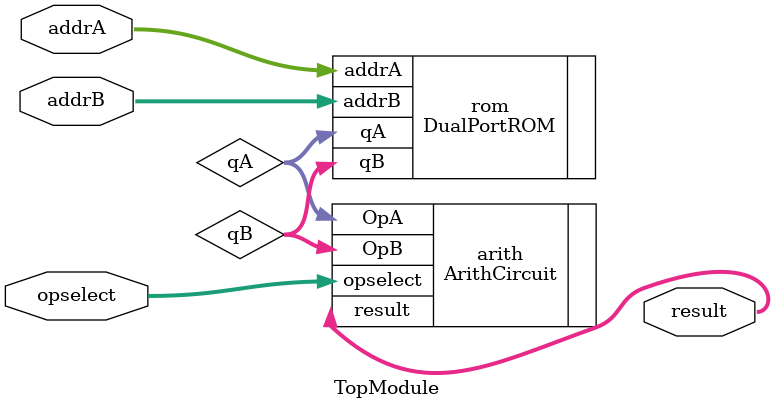
<source format=v>
`timescale 1us/100ns

module TopModule
(
    input [2:0] addrA,
    input [2:0] addrB,
    input [2:0] opselect,
    output [7:0] result
);

    wire [7:0] qA;
    wire [7:0] qB;

    DualPortROM rom
    (
        .addrA(addrA),
        .addrB(addrB),
        .qA(qA),
        .qB(qB)
    );

    ArithCircuit arith
    (
        .opselect(opselect),
        .OpA(qA),
        .OpB(qB),
        .result(result)
    );

endmodule

</source>
